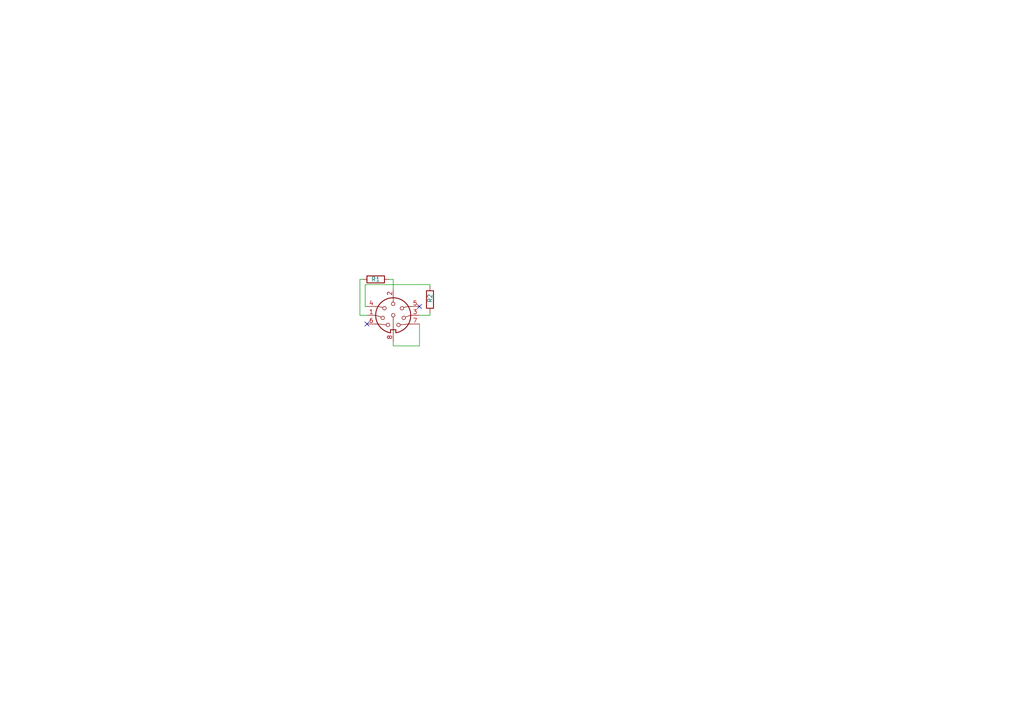
<source format=kicad_sch>
(kicad_sch (version 20231120) (generator "eeschema") (generator_version "8.0")
  (paper "A4")
  (lib_symbols
    (symbol "Connector:DIN-8" (pin_names (offset 1.016))
      (property "Reference" "J" (at 3.175 5.715 0))
      (property "Value" "DIN-8" (at 2.032 -5.842 0))
      (symbol "DIN-8_0_1"
        (arc (start -5.08 0) (mid -3.8609 -3.3364) (end -0.762 -5.08) (stroke (width 0.254)))
        (circle (center -3.048 -0.762) (radius 0.508))
        (circle (center -2.54 2.032) (radius 0.508))
        (circle (center -1.524 -2.794) (radius 0.508))
        (polyline (pts (xy -5.08 0) (xy -3.556 -0.508)))
        (polyline (pts (xy 0 -0.508) (xy 0 -5.08)))
        (polyline (pts (xy 0 5.08) (xy 0 3.81)))
        (polyline (pts (xy 5.08 0) (xy 3.556 -0.508)))
        (polyline (pts (xy -5.08 -2.54) (xy -4.318 -2.54) (xy -2.032 -2.794)))
        (polyline (pts (xy -5.08 2.54) (xy -4.318 2.54) (xy -3.048 2.286)))
        (polyline (pts (xy 5.08 -2.54) (xy 4.318 -2.54) (xy 2.032 -2.794)))
        (polyline (pts (xy 5.08 2.54) (xy 4.318 2.54) (xy 3.048 2.286)))
        (polyline (pts (xy -0.762 -4.953) (xy -0.762 -4.191) (xy 0.762 -4.191) (xy 0.762 -4.953)) (stroke (width 0.254)))
        (circle (center 0 0) (radius 0.508))
        (circle (center 0 3.302) (radius 0.508))
        (arc (start 0.762 -5.08) (mid 3.8685 -3.343) (end 5.08 0) (stroke (width 0.254)))
        (circle (center 1.524 -2.794) (radius 0.508))
        (circle (center 2.54 2.032) (radius 0.508))
        (circle (center 3.048 -0.762) (radius 0.508))
        (arc (start 5.08 0) (mid 0 5.0579) (end -5.08 0) (stroke (width 0.254)))
      )
      (symbol "DIN-8_1_1"
        (pin passive line (at -7.62 0 0) (length 2.54) (name "~") (number "1"))
        (pin passive line (at 0 7.62 270) (length 2.54) (name "~") (number "2"))
        (pin passive line (at 7.62 0 180) (length 2.54) (name "~") (number "3"))
        (pin passive line (at -7.62 2.54 0) (length 2.54) (name "~") (number "4"))
        (pin passive line (at 7.62 2.54 180) (length 2.54) (name "~") (number "5"))
        (pin passive line (at -7.62 -2.54 0) (length 2.54) (name "~") (number "6"))
        (pin passive line (at 7.62 -2.54 180) (length 2.54) (name "~") (number "7"))
        (pin passive line (at 0 -7.62 90) (length 2.54) (name "~") (number "8"))
      )
    )
    (symbol "Device:R" (pin_numbers hide) (pin_names (offset 0))
      (property "Reference" "R" (at 2.032 0 90))
      (property "Value" "R" (at 0 0 90))
      (symbol "R_0_1"
        (rectangle (start -1.016 -2.54) (end 1.016 2.54) (stroke (width 0.254)))
      )
      (symbol "R_1_1"
        (pin passive line (at 0 3.81 270) (length 1.27) (name "~") (number "1"))
        (pin passive line (at 0 -3.81 90) (length 1.27) (name "~") (number "2"))
      )
    )
  )
  (no_connect (at 121.666 88.9))
  (no_connect (at 106.426 93.98))
  (wire (pts (xy 114.046 81.026) (xy 114.046 83.82)))
  (wire (pts (xy 114.046 100.33) (xy 121.666 100.33)))
  (wire (pts (xy 121.666 93.98) (xy 121.666 100.33)))
  (wire (pts (xy 105.918 82.55) (xy 105.918 88.9)))
  (wire (pts (xy 104.394 81.026) (xy 105.156 81.026)))
  (wire (pts (xy 112.776 81.026) (xy 114.046 81.026)))
  (wire (pts (xy 106.426 91.44) (xy 104.394 91.44)))
  (wire (pts (xy 114.046 100.33) (xy 114.046 99.06)))
  (wire (pts (xy 124.714 82.55) (xy 105.918 82.55)))
  (wire (pts (xy 124.714 83.058) (xy 124.714 82.55)))
  (wire (pts (xy 121.666 91.44) (xy 124.714 91.44)))
  (wire (pts (xy 124.714 91.44) (xy 124.714 90.678)))
  (wire (pts (xy 105.918 88.9) (xy 106.426 88.9)))
  (wire (pts (xy 104.394 81.026) (xy 104.394 91.44)))
  (symbol (lib_id "Device:R") (at 108.966 81.026 90) (unit 1)
    (property "Reference" "R1" (at 108.966 81.026 90))
    (property "Value" "R" (effects (hide yes)))
    (property "Description" "Resistor" (effects (hide yes)))
  )
  (symbol (lib_id "Device:R") (at 124.714 86.868 180) (unit 1)
    (property "Reference" "R2" (at 124.714 87.884 90) (effects (justify right)))
    (property "Value" "R" (effects (hide yes)))
    (property "Description" "Resistor" (effects (hide yes)))
  )
  (symbol (lib_id "Connector:DIN-8") (at 114.046 91.44 0) (unit 1)
    (property "Reference" "J1" (effects (hide yes)))
    (property "Value" "DIN-8" (effects (hide yes)))
    (property "Datasheet" "http://www.mouser.com/ds/2/18/40_c091_abd_e-75918.pdf" (effects (hide yes)))
    (property "Description" "8-pin DIN connector" (effects (hide yes)))
  )
)
</source>
